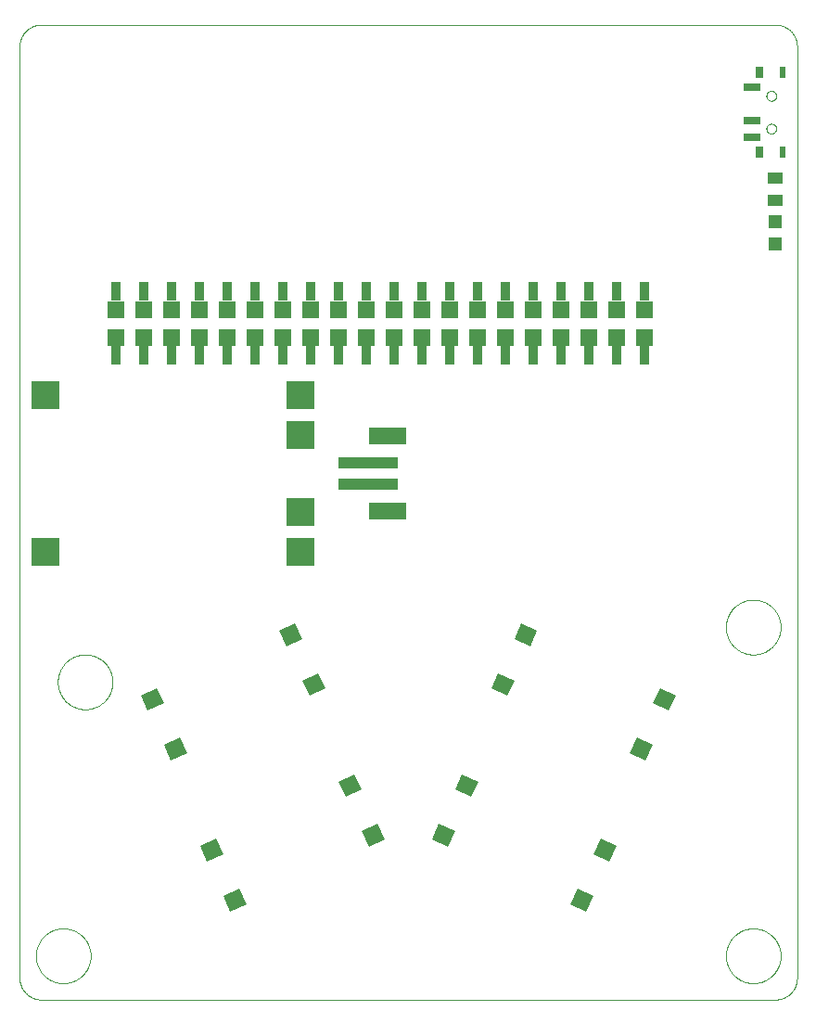
<source format=gbp>
G75*
%MOIN*%
%OFA0B0*%
%FSLAX25Y25*%
%IPPOS*%
%LPD*%
%AMOC8*
5,1,8,0,0,1.08239X$1,22.5*
%
%ADD10C,0.00000*%
%ADD11C,0.00039*%
%ADD12R,0.06000X0.06000*%
%ADD13R,0.03200X0.07000*%
%ADD14R,0.21654X0.03937*%
%ADD15R,0.13386X0.06299*%
%ADD16R,0.10000X0.10000*%
%ADD17R,0.06299X0.06102*%
%ADD18R,0.05512X0.04331*%
%ADD19R,0.04724X0.04724*%
%ADD20R,0.05906X0.02756*%
%ADD21R,0.02362X0.03937*%
%ADD22R,0.03150X0.03937*%
D10*
X0003248Y0009374D02*
X0003248Y0344020D01*
X0003250Y0344210D01*
X0003257Y0344400D01*
X0003269Y0344590D01*
X0003285Y0344780D01*
X0003305Y0344969D01*
X0003331Y0345158D01*
X0003360Y0345346D01*
X0003395Y0345533D01*
X0003434Y0345719D01*
X0003477Y0345904D01*
X0003525Y0346089D01*
X0003577Y0346272D01*
X0003633Y0346453D01*
X0003694Y0346633D01*
X0003760Y0346812D01*
X0003829Y0346989D01*
X0003903Y0347165D01*
X0003981Y0347338D01*
X0004064Y0347510D01*
X0004150Y0347679D01*
X0004240Y0347847D01*
X0004335Y0348012D01*
X0004433Y0348175D01*
X0004536Y0348335D01*
X0004642Y0348493D01*
X0004752Y0348648D01*
X0004865Y0348801D01*
X0004983Y0348951D01*
X0005104Y0349097D01*
X0005228Y0349241D01*
X0005356Y0349382D01*
X0005487Y0349520D01*
X0005622Y0349655D01*
X0005760Y0349786D01*
X0005901Y0349914D01*
X0006045Y0350038D01*
X0006191Y0350159D01*
X0006341Y0350277D01*
X0006494Y0350390D01*
X0006649Y0350500D01*
X0006807Y0350606D01*
X0006967Y0350709D01*
X0007130Y0350807D01*
X0007295Y0350902D01*
X0007463Y0350992D01*
X0007632Y0351078D01*
X0007804Y0351161D01*
X0007977Y0351239D01*
X0008153Y0351313D01*
X0008330Y0351382D01*
X0008509Y0351448D01*
X0008689Y0351509D01*
X0008870Y0351565D01*
X0009053Y0351617D01*
X0009238Y0351665D01*
X0009423Y0351708D01*
X0009609Y0351747D01*
X0009796Y0351782D01*
X0009984Y0351811D01*
X0010173Y0351837D01*
X0010362Y0351857D01*
X0010552Y0351873D01*
X0010742Y0351885D01*
X0010932Y0351892D01*
X0011122Y0351894D01*
X0274902Y0351894D01*
X0275092Y0351892D01*
X0275282Y0351885D01*
X0275472Y0351873D01*
X0275662Y0351857D01*
X0275851Y0351837D01*
X0276040Y0351811D01*
X0276228Y0351782D01*
X0276415Y0351747D01*
X0276601Y0351708D01*
X0276786Y0351665D01*
X0276971Y0351617D01*
X0277154Y0351565D01*
X0277335Y0351509D01*
X0277515Y0351448D01*
X0277694Y0351382D01*
X0277871Y0351313D01*
X0278047Y0351239D01*
X0278220Y0351161D01*
X0278392Y0351078D01*
X0278561Y0350992D01*
X0278729Y0350902D01*
X0278894Y0350807D01*
X0279057Y0350709D01*
X0279217Y0350606D01*
X0279375Y0350500D01*
X0279530Y0350390D01*
X0279683Y0350277D01*
X0279833Y0350159D01*
X0279979Y0350038D01*
X0280123Y0349914D01*
X0280264Y0349786D01*
X0280402Y0349655D01*
X0280537Y0349520D01*
X0280668Y0349382D01*
X0280796Y0349241D01*
X0280920Y0349097D01*
X0281041Y0348951D01*
X0281159Y0348801D01*
X0281272Y0348648D01*
X0281382Y0348493D01*
X0281488Y0348335D01*
X0281591Y0348175D01*
X0281689Y0348012D01*
X0281784Y0347847D01*
X0281874Y0347679D01*
X0281960Y0347510D01*
X0282043Y0347338D01*
X0282121Y0347165D01*
X0282195Y0346989D01*
X0282264Y0346812D01*
X0282330Y0346633D01*
X0282391Y0346453D01*
X0282447Y0346272D01*
X0282499Y0346089D01*
X0282547Y0345904D01*
X0282590Y0345719D01*
X0282629Y0345533D01*
X0282664Y0345346D01*
X0282693Y0345158D01*
X0282719Y0344969D01*
X0282739Y0344780D01*
X0282755Y0344590D01*
X0282767Y0344400D01*
X0282774Y0344210D01*
X0282776Y0344020D01*
X0282776Y0009374D01*
X0282774Y0009184D01*
X0282767Y0008994D01*
X0282755Y0008804D01*
X0282739Y0008614D01*
X0282719Y0008425D01*
X0282693Y0008236D01*
X0282664Y0008048D01*
X0282629Y0007861D01*
X0282590Y0007675D01*
X0282547Y0007490D01*
X0282499Y0007305D01*
X0282447Y0007122D01*
X0282391Y0006941D01*
X0282330Y0006761D01*
X0282264Y0006582D01*
X0282195Y0006405D01*
X0282121Y0006229D01*
X0282043Y0006056D01*
X0281960Y0005884D01*
X0281874Y0005715D01*
X0281784Y0005547D01*
X0281689Y0005382D01*
X0281591Y0005219D01*
X0281488Y0005059D01*
X0281382Y0004901D01*
X0281272Y0004746D01*
X0281159Y0004593D01*
X0281041Y0004443D01*
X0280920Y0004297D01*
X0280796Y0004153D01*
X0280668Y0004012D01*
X0280537Y0003874D01*
X0280402Y0003739D01*
X0280264Y0003608D01*
X0280123Y0003480D01*
X0279979Y0003356D01*
X0279833Y0003235D01*
X0279683Y0003117D01*
X0279530Y0003004D01*
X0279375Y0002894D01*
X0279217Y0002788D01*
X0279057Y0002685D01*
X0278894Y0002587D01*
X0278729Y0002492D01*
X0278561Y0002402D01*
X0278392Y0002316D01*
X0278220Y0002233D01*
X0278047Y0002155D01*
X0277871Y0002081D01*
X0277694Y0002012D01*
X0277515Y0001946D01*
X0277335Y0001885D01*
X0277154Y0001829D01*
X0276971Y0001777D01*
X0276786Y0001729D01*
X0276601Y0001686D01*
X0276415Y0001647D01*
X0276228Y0001612D01*
X0276040Y0001583D01*
X0275851Y0001557D01*
X0275662Y0001537D01*
X0275472Y0001521D01*
X0275282Y0001509D01*
X0275092Y0001502D01*
X0274902Y0001500D01*
X0011122Y0001500D01*
X0010932Y0001502D01*
X0010742Y0001509D01*
X0010552Y0001521D01*
X0010362Y0001537D01*
X0010173Y0001557D01*
X0009984Y0001583D01*
X0009796Y0001612D01*
X0009609Y0001647D01*
X0009423Y0001686D01*
X0009238Y0001729D01*
X0009053Y0001777D01*
X0008870Y0001829D01*
X0008689Y0001885D01*
X0008509Y0001946D01*
X0008330Y0002012D01*
X0008153Y0002081D01*
X0007977Y0002155D01*
X0007804Y0002233D01*
X0007632Y0002316D01*
X0007463Y0002402D01*
X0007295Y0002492D01*
X0007130Y0002587D01*
X0006967Y0002685D01*
X0006807Y0002788D01*
X0006649Y0002894D01*
X0006494Y0003004D01*
X0006341Y0003117D01*
X0006191Y0003235D01*
X0006045Y0003356D01*
X0005901Y0003480D01*
X0005760Y0003608D01*
X0005622Y0003739D01*
X0005487Y0003874D01*
X0005356Y0004012D01*
X0005228Y0004153D01*
X0005104Y0004297D01*
X0004983Y0004443D01*
X0004865Y0004593D01*
X0004752Y0004746D01*
X0004642Y0004901D01*
X0004536Y0005059D01*
X0004433Y0005219D01*
X0004335Y0005382D01*
X0004240Y0005547D01*
X0004150Y0005715D01*
X0004064Y0005884D01*
X0003981Y0006056D01*
X0003903Y0006229D01*
X0003829Y0006405D01*
X0003760Y0006582D01*
X0003694Y0006761D01*
X0003633Y0006941D01*
X0003577Y0007122D01*
X0003525Y0007305D01*
X0003477Y0007490D01*
X0003434Y0007675D01*
X0003395Y0007861D01*
X0003360Y0008048D01*
X0003331Y0008236D01*
X0003305Y0008425D01*
X0003285Y0008614D01*
X0003269Y0008804D01*
X0003257Y0008994D01*
X0003250Y0009184D01*
X0003248Y0009374D01*
X0271752Y0314492D02*
X0271754Y0314576D01*
X0271760Y0314659D01*
X0271770Y0314742D01*
X0271784Y0314825D01*
X0271801Y0314907D01*
X0271823Y0314988D01*
X0271848Y0315067D01*
X0271877Y0315146D01*
X0271910Y0315223D01*
X0271946Y0315298D01*
X0271986Y0315372D01*
X0272029Y0315444D01*
X0272076Y0315513D01*
X0272126Y0315580D01*
X0272179Y0315645D01*
X0272235Y0315707D01*
X0272293Y0315767D01*
X0272355Y0315824D01*
X0272419Y0315877D01*
X0272486Y0315928D01*
X0272555Y0315975D01*
X0272626Y0316020D01*
X0272699Y0316060D01*
X0272774Y0316097D01*
X0272851Y0316131D01*
X0272929Y0316161D01*
X0273008Y0316187D01*
X0273089Y0316210D01*
X0273171Y0316228D01*
X0273253Y0316243D01*
X0273336Y0316254D01*
X0273419Y0316261D01*
X0273503Y0316264D01*
X0273587Y0316263D01*
X0273670Y0316258D01*
X0273754Y0316249D01*
X0273836Y0316236D01*
X0273918Y0316220D01*
X0273999Y0316199D01*
X0274080Y0316175D01*
X0274158Y0316147D01*
X0274236Y0316115D01*
X0274312Y0316079D01*
X0274386Y0316040D01*
X0274458Y0315998D01*
X0274528Y0315952D01*
X0274596Y0315903D01*
X0274661Y0315851D01*
X0274724Y0315796D01*
X0274784Y0315738D01*
X0274842Y0315677D01*
X0274896Y0315613D01*
X0274948Y0315547D01*
X0274996Y0315479D01*
X0275041Y0315408D01*
X0275082Y0315335D01*
X0275121Y0315261D01*
X0275155Y0315185D01*
X0275186Y0315107D01*
X0275213Y0315028D01*
X0275237Y0314947D01*
X0275256Y0314866D01*
X0275272Y0314784D01*
X0275284Y0314701D01*
X0275292Y0314617D01*
X0275296Y0314534D01*
X0275296Y0314450D01*
X0275292Y0314367D01*
X0275284Y0314283D01*
X0275272Y0314200D01*
X0275256Y0314118D01*
X0275237Y0314037D01*
X0275213Y0313956D01*
X0275186Y0313877D01*
X0275155Y0313799D01*
X0275121Y0313723D01*
X0275082Y0313649D01*
X0275041Y0313576D01*
X0274996Y0313505D01*
X0274948Y0313437D01*
X0274896Y0313371D01*
X0274842Y0313307D01*
X0274784Y0313246D01*
X0274724Y0313188D01*
X0274661Y0313133D01*
X0274596Y0313081D01*
X0274528Y0313032D01*
X0274458Y0312986D01*
X0274386Y0312944D01*
X0274312Y0312905D01*
X0274236Y0312869D01*
X0274158Y0312837D01*
X0274080Y0312809D01*
X0273999Y0312785D01*
X0273918Y0312764D01*
X0273836Y0312748D01*
X0273754Y0312735D01*
X0273670Y0312726D01*
X0273587Y0312721D01*
X0273503Y0312720D01*
X0273419Y0312723D01*
X0273336Y0312730D01*
X0273253Y0312741D01*
X0273171Y0312756D01*
X0273089Y0312774D01*
X0273008Y0312797D01*
X0272929Y0312823D01*
X0272851Y0312853D01*
X0272774Y0312887D01*
X0272699Y0312924D01*
X0272626Y0312964D01*
X0272555Y0313009D01*
X0272486Y0313056D01*
X0272419Y0313107D01*
X0272355Y0313160D01*
X0272293Y0313217D01*
X0272235Y0313277D01*
X0272179Y0313339D01*
X0272126Y0313404D01*
X0272076Y0313471D01*
X0272029Y0313540D01*
X0271986Y0313612D01*
X0271946Y0313686D01*
X0271910Y0313761D01*
X0271877Y0313838D01*
X0271848Y0313917D01*
X0271823Y0313996D01*
X0271801Y0314077D01*
X0271784Y0314159D01*
X0271770Y0314242D01*
X0271760Y0314325D01*
X0271754Y0314408D01*
X0271752Y0314492D01*
X0271752Y0326303D02*
X0271754Y0326387D01*
X0271760Y0326470D01*
X0271770Y0326553D01*
X0271784Y0326636D01*
X0271801Y0326718D01*
X0271823Y0326799D01*
X0271848Y0326878D01*
X0271877Y0326957D01*
X0271910Y0327034D01*
X0271946Y0327109D01*
X0271986Y0327183D01*
X0272029Y0327255D01*
X0272076Y0327324D01*
X0272126Y0327391D01*
X0272179Y0327456D01*
X0272235Y0327518D01*
X0272293Y0327578D01*
X0272355Y0327635D01*
X0272419Y0327688D01*
X0272486Y0327739D01*
X0272555Y0327786D01*
X0272626Y0327831D01*
X0272699Y0327871D01*
X0272774Y0327908D01*
X0272851Y0327942D01*
X0272929Y0327972D01*
X0273008Y0327998D01*
X0273089Y0328021D01*
X0273171Y0328039D01*
X0273253Y0328054D01*
X0273336Y0328065D01*
X0273419Y0328072D01*
X0273503Y0328075D01*
X0273587Y0328074D01*
X0273670Y0328069D01*
X0273754Y0328060D01*
X0273836Y0328047D01*
X0273918Y0328031D01*
X0273999Y0328010D01*
X0274080Y0327986D01*
X0274158Y0327958D01*
X0274236Y0327926D01*
X0274312Y0327890D01*
X0274386Y0327851D01*
X0274458Y0327809D01*
X0274528Y0327763D01*
X0274596Y0327714D01*
X0274661Y0327662D01*
X0274724Y0327607D01*
X0274784Y0327549D01*
X0274842Y0327488D01*
X0274896Y0327424D01*
X0274948Y0327358D01*
X0274996Y0327290D01*
X0275041Y0327219D01*
X0275082Y0327146D01*
X0275121Y0327072D01*
X0275155Y0326996D01*
X0275186Y0326918D01*
X0275213Y0326839D01*
X0275237Y0326758D01*
X0275256Y0326677D01*
X0275272Y0326595D01*
X0275284Y0326512D01*
X0275292Y0326428D01*
X0275296Y0326345D01*
X0275296Y0326261D01*
X0275292Y0326178D01*
X0275284Y0326094D01*
X0275272Y0326011D01*
X0275256Y0325929D01*
X0275237Y0325848D01*
X0275213Y0325767D01*
X0275186Y0325688D01*
X0275155Y0325610D01*
X0275121Y0325534D01*
X0275082Y0325460D01*
X0275041Y0325387D01*
X0274996Y0325316D01*
X0274948Y0325248D01*
X0274896Y0325182D01*
X0274842Y0325118D01*
X0274784Y0325057D01*
X0274724Y0324999D01*
X0274661Y0324944D01*
X0274596Y0324892D01*
X0274528Y0324843D01*
X0274458Y0324797D01*
X0274386Y0324755D01*
X0274312Y0324716D01*
X0274236Y0324680D01*
X0274158Y0324648D01*
X0274080Y0324620D01*
X0273999Y0324596D01*
X0273918Y0324575D01*
X0273836Y0324559D01*
X0273754Y0324546D01*
X0273670Y0324537D01*
X0273587Y0324532D01*
X0273503Y0324531D01*
X0273419Y0324534D01*
X0273336Y0324541D01*
X0273253Y0324552D01*
X0273171Y0324567D01*
X0273089Y0324585D01*
X0273008Y0324608D01*
X0272929Y0324634D01*
X0272851Y0324664D01*
X0272774Y0324698D01*
X0272699Y0324735D01*
X0272626Y0324775D01*
X0272555Y0324820D01*
X0272486Y0324867D01*
X0272419Y0324918D01*
X0272355Y0324971D01*
X0272293Y0325028D01*
X0272235Y0325088D01*
X0272179Y0325150D01*
X0272126Y0325215D01*
X0272076Y0325282D01*
X0272029Y0325351D01*
X0271986Y0325423D01*
X0271946Y0325497D01*
X0271910Y0325572D01*
X0271877Y0325649D01*
X0271848Y0325728D01*
X0271823Y0325807D01*
X0271801Y0325888D01*
X0271784Y0325970D01*
X0271770Y0326053D01*
X0271760Y0326136D01*
X0271754Y0326219D01*
X0271752Y0326303D01*
D11*
X0257185Y0135358D02*
X0257188Y0135600D01*
X0257197Y0135841D01*
X0257212Y0136082D01*
X0257232Y0136323D01*
X0257259Y0136563D01*
X0257292Y0136802D01*
X0257330Y0137041D01*
X0257374Y0137278D01*
X0257424Y0137515D01*
X0257480Y0137750D01*
X0257542Y0137983D01*
X0257609Y0138215D01*
X0257682Y0138446D01*
X0257760Y0138674D01*
X0257845Y0138900D01*
X0257934Y0139125D01*
X0258029Y0139347D01*
X0258130Y0139566D01*
X0258236Y0139784D01*
X0258347Y0139998D01*
X0258464Y0140210D01*
X0258585Y0140418D01*
X0258712Y0140624D01*
X0258844Y0140826D01*
X0258981Y0141026D01*
X0259122Y0141221D01*
X0259268Y0141414D01*
X0259419Y0141602D01*
X0259575Y0141787D01*
X0259735Y0141968D01*
X0259899Y0142145D01*
X0260068Y0142318D01*
X0260241Y0142487D01*
X0260418Y0142651D01*
X0260599Y0142811D01*
X0260784Y0142967D01*
X0260972Y0143118D01*
X0261165Y0143264D01*
X0261360Y0143405D01*
X0261560Y0143542D01*
X0261762Y0143674D01*
X0261968Y0143801D01*
X0262176Y0143922D01*
X0262388Y0144039D01*
X0262602Y0144150D01*
X0262820Y0144256D01*
X0263039Y0144357D01*
X0263261Y0144452D01*
X0263486Y0144541D01*
X0263712Y0144626D01*
X0263940Y0144704D01*
X0264171Y0144777D01*
X0264403Y0144844D01*
X0264636Y0144906D01*
X0264871Y0144962D01*
X0265108Y0145012D01*
X0265345Y0145056D01*
X0265584Y0145094D01*
X0265823Y0145127D01*
X0266063Y0145154D01*
X0266304Y0145174D01*
X0266545Y0145189D01*
X0266786Y0145198D01*
X0267028Y0145201D01*
X0267270Y0145198D01*
X0267511Y0145189D01*
X0267752Y0145174D01*
X0267993Y0145154D01*
X0268233Y0145127D01*
X0268472Y0145094D01*
X0268711Y0145056D01*
X0268948Y0145012D01*
X0269185Y0144962D01*
X0269420Y0144906D01*
X0269653Y0144844D01*
X0269885Y0144777D01*
X0270116Y0144704D01*
X0270344Y0144626D01*
X0270570Y0144541D01*
X0270795Y0144452D01*
X0271017Y0144357D01*
X0271236Y0144256D01*
X0271454Y0144150D01*
X0271668Y0144039D01*
X0271880Y0143922D01*
X0272088Y0143801D01*
X0272294Y0143674D01*
X0272496Y0143542D01*
X0272696Y0143405D01*
X0272891Y0143264D01*
X0273084Y0143118D01*
X0273272Y0142967D01*
X0273457Y0142811D01*
X0273638Y0142651D01*
X0273815Y0142487D01*
X0273988Y0142318D01*
X0274157Y0142145D01*
X0274321Y0141968D01*
X0274481Y0141787D01*
X0274637Y0141602D01*
X0274788Y0141414D01*
X0274934Y0141221D01*
X0275075Y0141026D01*
X0275212Y0140826D01*
X0275344Y0140624D01*
X0275471Y0140418D01*
X0275592Y0140210D01*
X0275709Y0139998D01*
X0275820Y0139784D01*
X0275926Y0139566D01*
X0276027Y0139347D01*
X0276122Y0139125D01*
X0276211Y0138900D01*
X0276296Y0138674D01*
X0276374Y0138446D01*
X0276447Y0138215D01*
X0276514Y0137983D01*
X0276576Y0137750D01*
X0276632Y0137515D01*
X0276682Y0137278D01*
X0276726Y0137041D01*
X0276764Y0136802D01*
X0276797Y0136563D01*
X0276824Y0136323D01*
X0276844Y0136082D01*
X0276859Y0135841D01*
X0276868Y0135600D01*
X0276871Y0135358D01*
X0276868Y0135116D01*
X0276859Y0134875D01*
X0276844Y0134634D01*
X0276824Y0134393D01*
X0276797Y0134153D01*
X0276764Y0133914D01*
X0276726Y0133675D01*
X0276682Y0133438D01*
X0276632Y0133201D01*
X0276576Y0132966D01*
X0276514Y0132733D01*
X0276447Y0132501D01*
X0276374Y0132270D01*
X0276296Y0132042D01*
X0276211Y0131816D01*
X0276122Y0131591D01*
X0276027Y0131369D01*
X0275926Y0131150D01*
X0275820Y0130932D01*
X0275709Y0130718D01*
X0275592Y0130506D01*
X0275471Y0130298D01*
X0275344Y0130092D01*
X0275212Y0129890D01*
X0275075Y0129690D01*
X0274934Y0129495D01*
X0274788Y0129302D01*
X0274637Y0129114D01*
X0274481Y0128929D01*
X0274321Y0128748D01*
X0274157Y0128571D01*
X0273988Y0128398D01*
X0273815Y0128229D01*
X0273638Y0128065D01*
X0273457Y0127905D01*
X0273272Y0127749D01*
X0273084Y0127598D01*
X0272891Y0127452D01*
X0272696Y0127311D01*
X0272496Y0127174D01*
X0272294Y0127042D01*
X0272088Y0126915D01*
X0271880Y0126794D01*
X0271668Y0126677D01*
X0271454Y0126566D01*
X0271236Y0126460D01*
X0271017Y0126359D01*
X0270795Y0126264D01*
X0270570Y0126175D01*
X0270344Y0126090D01*
X0270116Y0126012D01*
X0269885Y0125939D01*
X0269653Y0125872D01*
X0269420Y0125810D01*
X0269185Y0125754D01*
X0268948Y0125704D01*
X0268711Y0125660D01*
X0268472Y0125622D01*
X0268233Y0125589D01*
X0267993Y0125562D01*
X0267752Y0125542D01*
X0267511Y0125527D01*
X0267270Y0125518D01*
X0267028Y0125515D01*
X0266786Y0125518D01*
X0266545Y0125527D01*
X0266304Y0125542D01*
X0266063Y0125562D01*
X0265823Y0125589D01*
X0265584Y0125622D01*
X0265345Y0125660D01*
X0265108Y0125704D01*
X0264871Y0125754D01*
X0264636Y0125810D01*
X0264403Y0125872D01*
X0264171Y0125939D01*
X0263940Y0126012D01*
X0263712Y0126090D01*
X0263486Y0126175D01*
X0263261Y0126264D01*
X0263039Y0126359D01*
X0262820Y0126460D01*
X0262602Y0126566D01*
X0262388Y0126677D01*
X0262176Y0126794D01*
X0261968Y0126915D01*
X0261762Y0127042D01*
X0261560Y0127174D01*
X0261360Y0127311D01*
X0261165Y0127452D01*
X0260972Y0127598D01*
X0260784Y0127749D01*
X0260599Y0127905D01*
X0260418Y0128065D01*
X0260241Y0128229D01*
X0260068Y0128398D01*
X0259899Y0128571D01*
X0259735Y0128748D01*
X0259575Y0128929D01*
X0259419Y0129114D01*
X0259268Y0129302D01*
X0259122Y0129495D01*
X0258981Y0129690D01*
X0258844Y0129890D01*
X0258712Y0130092D01*
X0258585Y0130298D01*
X0258464Y0130506D01*
X0258347Y0130718D01*
X0258236Y0130932D01*
X0258130Y0131150D01*
X0258029Y0131369D01*
X0257934Y0131591D01*
X0257845Y0131816D01*
X0257760Y0132042D01*
X0257682Y0132270D01*
X0257609Y0132501D01*
X0257542Y0132733D01*
X0257480Y0132966D01*
X0257424Y0133201D01*
X0257374Y0133438D01*
X0257330Y0133675D01*
X0257292Y0133914D01*
X0257259Y0134153D01*
X0257232Y0134393D01*
X0257212Y0134634D01*
X0257197Y0134875D01*
X0257188Y0135116D01*
X0257185Y0135358D01*
X0257185Y0017248D02*
X0257188Y0017490D01*
X0257197Y0017731D01*
X0257212Y0017972D01*
X0257232Y0018213D01*
X0257259Y0018453D01*
X0257292Y0018692D01*
X0257330Y0018931D01*
X0257374Y0019168D01*
X0257424Y0019405D01*
X0257480Y0019640D01*
X0257542Y0019873D01*
X0257609Y0020105D01*
X0257682Y0020336D01*
X0257760Y0020564D01*
X0257845Y0020790D01*
X0257934Y0021015D01*
X0258029Y0021237D01*
X0258130Y0021456D01*
X0258236Y0021674D01*
X0258347Y0021888D01*
X0258464Y0022100D01*
X0258585Y0022308D01*
X0258712Y0022514D01*
X0258844Y0022716D01*
X0258981Y0022916D01*
X0259122Y0023111D01*
X0259268Y0023304D01*
X0259419Y0023492D01*
X0259575Y0023677D01*
X0259735Y0023858D01*
X0259899Y0024035D01*
X0260068Y0024208D01*
X0260241Y0024377D01*
X0260418Y0024541D01*
X0260599Y0024701D01*
X0260784Y0024857D01*
X0260972Y0025008D01*
X0261165Y0025154D01*
X0261360Y0025295D01*
X0261560Y0025432D01*
X0261762Y0025564D01*
X0261968Y0025691D01*
X0262176Y0025812D01*
X0262388Y0025929D01*
X0262602Y0026040D01*
X0262820Y0026146D01*
X0263039Y0026247D01*
X0263261Y0026342D01*
X0263486Y0026431D01*
X0263712Y0026516D01*
X0263940Y0026594D01*
X0264171Y0026667D01*
X0264403Y0026734D01*
X0264636Y0026796D01*
X0264871Y0026852D01*
X0265108Y0026902D01*
X0265345Y0026946D01*
X0265584Y0026984D01*
X0265823Y0027017D01*
X0266063Y0027044D01*
X0266304Y0027064D01*
X0266545Y0027079D01*
X0266786Y0027088D01*
X0267028Y0027091D01*
X0267270Y0027088D01*
X0267511Y0027079D01*
X0267752Y0027064D01*
X0267993Y0027044D01*
X0268233Y0027017D01*
X0268472Y0026984D01*
X0268711Y0026946D01*
X0268948Y0026902D01*
X0269185Y0026852D01*
X0269420Y0026796D01*
X0269653Y0026734D01*
X0269885Y0026667D01*
X0270116Y0026594D01*
X0270344Y0026516D01*
X0270570Y0026431D01*
X0270795Y0026342D01*
X0271017Y0026247D01*
X0271236Y0026146D01*
X0271454Y0026040D01*
X0271668Y0025929D01*
X0271880Y0025812D01*
X0272088Y0025691D01*
X0272294Y0025564D01*
X0272496Y0025432D01*
X0272696Y0025295D01*
X0272891Y0025154D01*
X0273084Y0025008D01*
X0273272Y0024857D01*
X0273457Y0024701D01*
X0273638Y0024541D01*
X0273815Y0024377D01*
X0273988Y0024208D01*
X0274157Y0024035D01*
X0274321Y0023858D01*
X0274481Y0023677D01*
X0274637Y0023492D01*
X0274788Y0023304D01*
X0274934Y0023111D01*
X0275075Y0022916D01*
X0275212Y0022716D01*
X0275344Y0022514D01*
X0275471Y0022308D01*
X0275592Y0022100D01*
X0275709Y0021888D01*
X0275820Y0021674D01*
X0275926Y0021456D01*
X0276027Y0021237D01*
X0276122Y0021015D01*
X0276211Y0020790D01*
X0276296Y0020564D01*
X0276374Y0020336D01*
X0276447Y0020105D01*
X0276514Y0019873D01*
X0276576Y0019640D01*
X0276632Y0019405D01*
X0276682Y0019168D01*
X0276726Y0018931D01*
X0276764Y0018692D01*
X0276797Y0018453D01*
X0276824Y0018213D01*
X0276844Y0017972D01*
X0276859Y0017731D01*
X0276868Y0017490D01*
X0276871Y0017248D01*
X0276868Y0017006D01*
X0276859Y0016765D01*
X0276844Y0016524D01*
X0276824Y0016283D01*
X0276797Y0016043D01*
X0276764Y0015804D01*
X0276726Y0015565D01*
X0276682Y0015328D01*
X0276632Y0015091D01*
X0276576Y0014856D01*
X0276514Y0014623D01*
X0276447Y0014391D01*
X0276374Y0014160D01*
X0276296Y0013932D01*
X0276211Y0013706D01*
X0276122Y0013481D01*
X0276027Y0013259D01*
X0275926Y0013040D01*
X0275820Y0012822D01*
X0275709Y0012608D01*
X0275592Y0012396D01*
X0275471Y0012188D01*
X0275344Y0011982D01*
X0275212Y0011780D01*
X0275075Y0011580D01*
X0274934Y0011385D01*
X0274788Y0011192D01*
X0274637Y0011004D01*
X0274481Y0010819D01*
X0274321Y0010638D01*
X0274157Y0010461D01*
X0273988Y0010288D01*
X0273815Y0010119D01*
X0273638Y0009955D01*
X0273457Y0009795D01*
X0273272Y0009639D01*
X0273084Y0009488D01*
X0272891Y0009342D01*
X0272696Y0009201D01*
X0272496Y0009064D01*
X0272294Y0008932D01*
X0272088Y0008805D01*
X0271880Y0008684D01*
X0271668Y0008567D01*
X0271454Y0008456D01*
X0271236Y0008350D01*
X0271017Y0008249D01*
X0270795Y0008154D01*
X0270570Y0008065D01*
X0270344Y0007980D01*
X0270116Y0007902D01*
X0269885Y0007829D01*
X0269653Y0007762D01*
X0269420Y0007700D01*
X0269185Y0007644D01*
X0268948Y0007594D01*
X0268711Y0007550D01*
X0268472Y0007512D01*
X0268233Y0007479D01*
X0267993Y0007452D01*
X0267752Y0007432D01*
X0267511Y0007417D01*
X0267270Y0007408D01*
X0267028Y0007405D01*
X0266786Y0007408D01*
X0266545Y0007417D01*
X0266304Y0007432D01*
X0266063Y0007452D01*
X0265823Y0007479D01*
X0265584Y0007512D01*
X0265345Y0007550D01*
X0265108Y0007594D01*
X0264871Y0007644D01*
X0264636Y0007700D01*
X0264403Y0007762D01*
X0264171Y0007829D01*
X0263940Y0007902D01*
X0263712Y0007980D01*
X0263486Y0008065D01*
X0263261Y0008154D01*
X0263039Y0008249D01*
X0262820Y0008350D01*
X0262602Y0008456D01*
X0262388Y0008567D01*
X0262176Y0008684D01*
X0261968Y0008805D01*
X0261762Y0008932D01*
X0261560Y0009064D01*
X0261360Y0009201D01*
X0261165Y0009342D01*
X0260972Y0009488D01*
X0260784Y0009639D01*
X0260599Y0009795D01*
X0260418Y0009955D01*
X0260241Y0010119D01*
X0260068Y0010288D01*
X0259899Y0010461D01*
X0259735Y0010638D01*
X0259575Y0010819D01*
X0259419Y0011004D01*
X0259268Y0011192D01*
X0259122Y0011385D01*
X0258981Y0011580D01*
X0258844Y0011780D01*
X0258712Y0011982D01*
X0258585Y0012188D01*
X0258464Y0012396D01*
X0258347Y0012608D01*
X0258236Y0012822D01*
X0258130Y0013040D01*
X0258029Y0013259D01*
X0257934Y0013481D01*
X0257845Y0013706D01*
X0257760Y0013932D01*
X0257682Y0014160D01*
X0257609Y0014391D01*
X0257542Y0014623D01*
X0257480Y0014856D01*
X0257424Y0015091D01*
X0257374Y0015328D01*
X0257330Y0015565D01*
X0257292Y0015804D01*
X0257259Y0016043D01*
X0257232Y0016283D01*
X0257212Y0016524D01*
X0257197Y0016765D01*
X0257188Y0017006D01*
X0257185Y0017248D01*
X0017027Y0115673D02*
X0017030Y0115915D01*
X0017039Y0116156D01*
X0017054Y0116397D01*
X0017074Y0116638D01*
X0017101Y0116878D01*
X0017134Y0117117D01*
X0017172Y0117356D01*
X0017216Y0117593D01*
X0017266Y0117830D01*
X0017322Y0118065D01*
X0017384Y0118298D01*
X0017451Y0118530D01*
X0017524Y0118761D01*
X0017602Y0118989D01*
X0017687Y0119215D01*
X0017776Y0119440D01*
X0017871Y0119662D01*
X0017972Y0119881D01*
X0018078Y0120099D01*
X0018189Y0120313D01*
X0018306Y0120525D01*
X0018427Y0120733D01*
X0018554Y0120939D01*
X0018686Y0121141D01*
X0018823Y0121341D01*
X0018964Y0121536D01*
X0019110Y0121729D01*
X0019261Y0121917D01*
X0019417Y0122102D01*
X0019577Y0122283D01*
X0019741Y0122460D01*
X0019910Y0122633D01*
X0020083Y0122802D01*
X0020260Y0122966D01*
X0020441Y0123126D01*
X0020626Y0123282D01*
X0020814Y0123433D01*
X0021007Y0123579D01*
X0021202Y0123720D01*
X0021402Y0123857D01*
X0021604Y0123989D01*
X0021810Y0124116D01*
X0022018Y0124237D01*
X0022230Y0124354D01*
X0022444Y0124465D01*
X0022662Y0124571D01*
X0022881Y0124672D01*
X0023103Y0124767D01*
X0023328Y0124856D01*
X0023554Y0124941D01*
X0023782Y0125019D01*
X0024013Y0125092D01*
X0024245Y0125159D01*
X0024478Y0125221D01*
X0024713Y0125277D01*
X0024950Y0125327D01*
X0025187Y0125371D01*
X0025426Y0125409D01*
X0025665Y0125442D01*
X0025905Y0125469D01*
X0026146Y0125489D01*
X0026387Y0125504D01*
X0026628Y0125513D01*
X0026870Y0125516D01*
X0027112Y0125513D01*
X0027353Y0125504D01*
X0027594Y0125489D01*
X0027835Y0125469D01*
X0028075Y0125442D01*
X0028314Y0125409D01*
X0028553Y0125371D01*
X0028790Y0125327D01*
X0029027Y0125277D01*
X0029262Y0125221D01*
X0029495Y0125159D01*
X0029727Y0125092D01*
X0029958Y0125019D01*
X0030186Y0124941D01*
X0030412Y0124856D01*
X0030637Y0124767D01*
X0030859Y0124672D01*
X0031078Y0124571D01*
X0031296Y0124465D01*
X0031510Y0124354D01*
X0031722Y0124237D01*
X0031930Y0124116D01*
X0032136Y0123989D01*
X0032338Y0123857D01*
X0032538Y0123720D01*
X0032733Y0123579D01*
X0032926Y0123433D01*
X0033114Y0123282D01*
X0033299Y0123126D01*
X0033480Y0122966D01*
X0033657Y0122802D01*
X0033830Y0122633D01*
X0033999Y0122460D01*
X0034163Y0122283D01*
X0034323Y0122102D01*
X0034479Y0121917D01*
X0034630Y0121729D01*
X0034776Y0121536D01*
X0034917Y0121341D01*
X0035054Y0121141D01*
X0035186Y0120939D01*
X0035313Y0120733D01*
X0035434Y0120525D01*
X0035551Y0120313D01*
X0035662Y0120099D01*
X0035768Y0119881D01*
X0035869Y0119662D01*
X0035964Y0119440D01*
X0036053Y0119215D01*
X0036138Y0118989D01*
X0036216Y0118761D01*
X0036289Y0118530D01*
X0036356Y0118298D01*
X0036418Y0118065D01*
X0036474Y0117830D01*
X0036524Y0117593D01*
X0036568Y0117356D01*
X0036606Y0117117D01*
X0036639Y0116878D01*
X0036666Y0116638D01*
X0036686Y0116397D01*
X0036701Y0116156D01*
X0036710Y0115915D01*
X0036713Y0115673D01*
X0036710Y0115431D01*
X0036701Y0115190D01*
X0036686Y0114949D01*
X0036666Y0114708D01*
X0036639Y0114468D01*
X0036606Y0114229D01*
X0036568Y0113990D01*
X0036524Y0113753D01*
X0036474Y0113516D01*
X0036418Y0113281D01*
X0036356Y0113048D01*
X0036289Y0112816D01*
X0036216Y0112585D01*
X0036138Y0112357D01*
X0036053Y0112131D01*
X0035964Y0111906D01*
X0035869Y0111684D01*
X0035768Y0111465D01*
X0035662Y0111247D01*
X0035551Y0111033D01*
X0035434Y0110821D01*
X0035313Y0110613D01*
X0035186Y0110407D01*
X0035054Y0110205D01*
X0034917Y0110005D01*
X0034776Y0109810D01*
X0034630Y0109617D01*
X0034479Y0109429D01*
X0034323Y0109244D01*
X0034163Y0109063D01*
X0033999Y0108886D01*
X0033830Y0108713D01*
X0033657Y0108544D01*
X0033480Y0108380D01*
X0033299Y0108220D01*
X0033114Y0108064D01*
X0032926Y0107913D01*
X0032733Y0107767D01*
X0032538Y0107626D01*
X0032338Y0107489D01*
X0032136Y0107357D01*
X0031930Y0107230D01*
X0031722Y0107109D01*
X0031510Y0106992D01*
X0031296Y0106881D01*
X0031078Y0106775D01*
X0030859Y0106674D01*
X0030637Y0106579D01*
X0030412Y0106490D01*
X0030186Y0106405D01*
X0029958Y0106327D01*
X0029727Y0106254D01*
X0029495Y0106187D01*
X0029262Y0106125D01*
X0029027Y0106069D01*
X0028790Y0106019D01*
X0028553Y0105975D01*
X0028314Y0105937D01*
X0028075Y0105904D01*
X0027835Y0105877D01*
X0027594Y0105857D01*
X0027353Y0105842D01*
X0027112Y0105833D01*
X0026870Y0105830D01*
X0026628Y0105833D01*
X0026387Y0105842D01*
X0026146Y0105857D01*
X0025905Y0105877D01*
X0025665Y0105904D01*
X0025426Y0105937D01*
X0025187Y0105975D01*
X0024950Y0106019D01*
X0024713Y0106069D01*
X0024478Y0106125D01*
X0024245Y0106187D01*
X0024013Y0106254D01*
X0023782Y0106327D01*
X0023554Y0106405D01*
X0023328Y0106490D01*
X0023103Y0106579D01*
X0022881Y0106674D01*
X0022662Y0106775D01*
X0022444Y0106881D01*
X0022230Y0106992D01*
X0022018Y0107109D01*
X0021810Y0107230D01*
X0021604Y0107357D01*
X0021402Y0107489D01*
X0021202Y0107626D01*
X0021007Y0107767D01*
X0020814Y0107913D01*
X0020626Y0108064D01*
X0020441Y0108220D01*
X0020260Y0108380D01*
X0020083Y0108544D01*
X0019910Y0108713D01*
X0019741Y0108886D01*
X0019577Y0109063D01*
X0019417Y0109244D01*
X0019261Y0109429D01*
X0019110Y0109617D01*
X0018964Y0109810D01*
X0018823Y0110005D01*
X0018686Y0110205D01*
X0018554Y0110407D01*
X0018427Y0110613D01*
X0018306Y0110821D01*
X0018189Y0111033D01*
X0018078Y0111247D01*
X0017972Y0111465D01*
X0017871Y0111684D01*
X0017776Y0111906D01*
X0017687Y0112131D01*
X0017602Y0112357D01*
X0017524Y0112585D01*
X0017451Y0112816D01*
X0017384Y0113048D01*
X0017322Y0113281D01*
X0017266Y0113516D01*
X0017216Y0113753D01*
X0017172Y0113990D01*
X0017134Y0114229D01*
X0017101Y0114468D01*
X0017074Y0114708D01*
X0017054Y0114949D01*
X0017039Y0115190D01*
X0017030Y0115431D01*
X0017027Y0115673D01*
X0009153Y0017248D02*
X0009156Y0017490D01*
X0009165Y0017731D01*
X0009180Y0017972D01*
X0009200Y0018213D01*
X0009227Y0018453D01*
X0009260Y0018692D01*
X0009298Y0018931D01*
X0009342Y0019168D01*
X0009392Y0019405D01*
X0009448Y0019640D01*
X0009510Y0019873D01*
X0009577Y0020105D01*
X0009650Y0020336D01*
X0009728Y0020564D01*
X0009813Y0020790D01*
X0009902Y0021015D01*
X0009997Y0021237D01*
X0010098Y0021456D01*
X0010204Y0021674D01*
X0010315Y0021888D01*
X0010432Y0022100D01*
X0010553Y0022308D01*
X0010680Y0022514D01*
X0010812Y0022716D01*
X0010949Y0022916D01*
X0011090Y0023111D01*
X0011236Y0023304D01*
X0011387Y0023492D01*
X0011543Y0023677D01*
X0011703Y0023858D01*
X0011867Y0024035D01*
X0012036Y0024208D01*
X0012209Y0024377D01*
X0012386Y0024541D01*
X0012567Y0024701D01*
X0012752Y0024857D01*
X0012940Y0025008D01*
X0013133Y0025154D01*
X0013328Y0025295D01*
X0013528Y0025432D01*
X0013730Y0025564D01*
X0013936Y0025691D01*
X0014144Y0025812D01*
X0014356Y0025929D01*
X0014570Y0026040D01*
X0014788Y0026146D01*
X0015007Y0026247D01*
X0015229Y0026342D01*
X0015454Y0026431D01*
X0015680Y0026516D01*
X0015908Y0026594D01*
X0016139Y0026667D01*
X0016371Y0026734D01*
X0016604Y0026796D01*
X0016839Y0026852D01*
X0017076Y0026902D01*
X0017313Y0026946D01*
X0017552Y0026984D01*
X0017791Y0027017D01*
X0018031Y0027044D01*
X0018272Y0027064D01*
X0018513Y0027079D01*
X0018754Y0027088D01*
X0018996Y0027091D01*
X0019238Y0027088D01*
X0019479Y0027079D01*
X0019720Y0027064D01*
X0019961Y0027044D01*
X0020201Y0027017D01*
X0020440Y0026984D01*
X0020679Y0026946D01*
X0020916Y0026902D01*
X0021153Y0026852D01*
X0021388Y0026796D01*
X0021621Y0026734D01*
X0021853Y0026667D01*
X0022084Y0026594D01*
X0022312Y0026516D01*
X0022538Y0026431D01*
X0022763Y0026342D01*
X0022985Y0026247D01*
X0023204Y0026146D01*
X0023422Y0026040D01*
X0023636Y0025929D01*
X0023848Y0025812D01*
X0024056Y0025691D01*
X0024262Y0025564D01*
X0024464Y0025432D01*
X0024664Y0025295D01*
X0024859Y0025154D01*
X0025052Y0025008D01*
X0025240Y0024857D01*
X0025425Y0024701D01*
X0025606Y0024541D01*
X0025783Y0024377D01*
X0025956Y0024208D01*
X0026125Y0024035D01*
X0026289Y0023858D01*
X0026449Y0023677D01*
X0026605Y0023492D01*
X0026756Y0023304D01*
X0026902Y0023111D01*
X0027043Y0022916D01*
X0027180Y0022716D01*
X0027312Y0022514D01*
X0027439Y0022308D01*
X0027560Y0022100D01*
X0027677Y0021888D01*
X0027788Y0021674D01*
X0027894Y0021456D01*
X0027995Y0021237D01*
X0028090Y0021015D01*
X0028179Y0020790D01*
X0028264Y0020564D01*
X0028342Y0020336D01*
X0028415Y0020105D01*
X0028482Y0019873D01*
X0028544Y0019640D01*
X0028600Y0019405D01*
X0028650Y0019168D01*
X0028694Y0018931D01*
X0028732Y0018692D01*
X0028765Y0018453D01*
X0028792Y0018213D01*
X0028812Y0017972D01*
X0028827Y0017731D01*
X0028836Y0017490D01*
X0028839Y0017248D01*
X0028836Y0017006D01*
X0028827Y0016765D01*
X0028812Y0016524D01*
X0028792Y0016283D01*
X0028765Y0016043D01*
X0028732Y0015804D01*
X0028694Y0015565D01*
X0028650Y0015328D01*
X0028600Y0015091D01*
X0028544Y0014856D01*
X0028482Y0014623D01*
X0028415Y0014391D01*
X0028342Y0014160D01*
X0028264Y0013932D01*
X0028179Y0013706D01*
X0028090Y0013481D01*
X0027995Y0013259D01*
X0027894Y0013040D01*
X0027788Y0012822D01*
X0027677Y0012608D01*
X0027560Y0012396D01*
X0027439Y0012188D01*
X0027312Y0011982D01*
X0027180Y0011780D01*
X0027043Y0011580D01*
X0026902Y0011385D01*
X0026756Y0011192D01*
X0026605Y0011004D01*
X0026449Y0010819D01*
X0026289Y0010638D01*
X0026125Y0010461D01*
X0025956Y0010288D01*
X0025783Y0010119D01*
X0025606Y0009955D01*
X0025425Y0009795D01*
X0025240Y0009639D01*
X0025052Y0009488D01*
X0024859Y0009342D01*
X0024664Y0009201D01*
X0024464Y0009064D01*
X0024262Y0008932D01*
X0024056Y0008805D01*
X0023848Y0008684D01*
X0023636Y0008567D01*
X0023422Y0008456D01*
X0023204Y0008350D01*
X0022985Y0008249D01*
X0022763Y0008154D01*
X0022538Y0008065D01*
X0022312Y0007980D01*
X0022084Y0007902D01*
X0021853Y0007829D01*
X0021621Y0007762D01*
X0021388Y0007700D01*
X0021153Y0007644D01*
X0020916Y0007594D01*
X0020679Y0007550D01*
X0020440Y0007512D01*
X0020201Y0007479D01*
X0019961Y0007452D01*
X0019720Y0007432D01*
X0019479Y0007417D01*
X0019238Y0007408D01*
X0018996Y0007405D01*
X0018754Y0007408D01*
X0018513Y0007417D01*
X0018272Y0007432D01*
X0018031Y0007452D01*
X0017791Y0007479D01*
X0017552Y0007512D01*
X0017313Y0007550D01*
X0017076Y0007594D01*
X0016839Y0007644D01*
X0016604Y0007700D01*
X0016371Y0007762D01*
X0016139Y0007829D01*
X0015908Y0007902D01*
X0015680Y0007980D01*
X0015454Y0008065D01*
X0015229Y0008154D01*
X0015007Y0008249D01*
X0014788Y0008350D01*
X0014570Y0008456D01*
X0014356Y0008567D01*
X0014144Y0008684D01*
X0013936Y0008805D01*
X0013730Y0008932D01*
X0013528Y0009064D01*
X0013328Y0009201D01*
X0013133Y0009342D01*
X0012940Y0009488D01*
X0012752Y0009639D01*
X0012567Y0009795D01*
X0012386Y0009955D01*
X0012209Y0010119D01*
X0012036Y0010288D01*
X0011867Y0010461D01*
X0011703Y0010638D01*
X0011543Y0010819D01*
X0011387Y0011004D01*
X0011236Y0011192D01*
X0011090Y0011385D01*
X0010949Y0011580D01*
X0010812Y0011780D01*
X0010680Y0011982D01*
X0010553Y0012188D01*
X0010432Y0012396D01*
X0010315Y0012608D01*
X0010204Y0012822D01*
X0010098Y0013040D01*
X0009997Y0013259D01*
X0009902Y0013481D01*
X0009813Y0013706D01*
X0009728Y0013932D01*
X0009650Y0014160D01*
X0009577Y0014391D01*
X0009510Y0014623D01*
X0009448Y0014856D01*
X0009392Y0015091D01*
X0009342Y0015328D01*
X0009298Y0015565D01*
X0009260Y0015804D01*
X0009227Y0016043D01*
X0009200Y0016283D01*
X0009180Y0016524D01*
X0009165Y0016765D01*
X0009156Y0017006D01*
X0009153Y0017248D01*
D12*
X0038000Y0239520D03*
X0038000Y0249520D03*
X0048000Y0249520D03*
X0048000Y0239520D03*
X0058000Y0239520D03*
X0058000Y0249520D03*
X0068000Y0249520D03*
X0068000Y0239520D03*
X0078000Y0239520D03*
X0078000Y0249520D03*
X0088000Y0249520D03*
X0088000Y0239520D03*
X0098000Y0239520D03*
X0098000Y0249520D03*
X0108000Y0249520D03*
X0108000Y0239520D03*
X0118000Y0239520D03*
X0118000Y0249520D03*
X0128000Y0249520D03*
X0128000Y0239520D03*
X0138000Y0239520D03*
X0138000Y0249520D03*
X0148000Y0249520D03*
X0148000Y0239520D03*
X0158000Y0239520D03*
X0158000Y0249520D03*
X0168000Y0249520D03*
X0168000Y0239520D03*
X0178000Y0239520D03*
X0178000Y0249520D03*
X0188000Y0249520D03*
X0188000Y0239520D03*
X0198000Y0239520D03*
X0198000Y0249520D03*
X0208000Y0249520D03*
X0208000Y0239520D03*
X0218000Y0239520D03*
X0218000Y0249520D03*
X0228000Y0249520D03*
X0228000Y0239520D03*
D13*
X0228000Y0233020D03*
X0218000Y0233020D03*
X0208000Y0233020D03*
X0198000Y0233020D03*
X0188000Y0233020D03*
X0178000Y0233020D03*
X0168000Y0233020D03*
X0158000Y0233020D03*
X0148000Y0233020D03*
X0138000Y0233020D03*
X0128000Y0233020D03*
X0118000Y0233020D03*
X0108000Y0233020D03*
X0098000Y0233020D03*
X0088000Y0233020D03*
X0078000Y0233020D03*
X0068000Y0233020D03*
X0058000Y0233020D03*
X0048000Y0233020D03*
X0038000Y0233020D03*
X0038000Y0256020D03*
X0048000Y0256020D03*
X0058000Y0256020D03*
X0068000Y0256020D03*
X0078000Y0256020D03*
X0088000Y0256020D03*
X0098000Y0256020D03*
X0108000Y0256020D03*
X0118000Y0256020D03*
X0128000Y0256020D03*
X0138000Y0256020D03*
X0148000Y0256020D03*
X0158000Y0256020D03*
X0168000Y0256020D03*
X0178000Y0256020D03*
X0188000Y0256020D03*
X0198000Y0256020D03*
X0208000Y0256020D03*
X0218000Y0256020D03*
X0228000Y0256020D03*
D14*
X0128524Y0194512D03*
X0128524Y0186638D03*
D15*
X0135610Y0177189D03*
X0135610Y0203961D03*
D16*
X0104232Y0204256D03*
X0104232Y0218626D03*
X0104232Y0176697D03*
X0104232Y0162327D03*
X0012500Y0162327D03*
X0012500Y0218626D03*
D17*
G36*
X0046829Y0110854D02*
X0052536Y0113515D01*
X0055115Y0107986D01*
X0049408Y0105325D01*
X0046829Y0110854D01*
G37*
G36*
X0055149Y0093013D02*
X0060856Y0095674D01*
X0063435Y0090145D01*
X0057728Y0087484D01*
X0055149Y0093013D01*
G37*
G36*
X0068155Y0056594D02*
X0073862Y0059255D01*
X0076441Y0053726D01*
X0070734Y0051065D01*
X0068155Y0056594D01*
G37*
G36*
X0076474Y0038754D02*
X0082181Y0041415D01*
X0084760Y0035886D01*
X0079053Y0033225D01*
X0076474Y0038754D01*
G37*
G36*
X0117930Y0079805D02*
X0123637Y0082466D01*
X0126216Y0076937D01*
X0120509Y0074276D01*
X0117930Y0079805D01*
G37*
G36*
X0126250Y0061964D02*
X0131957Y0064625D01*
X0134536Y0059096D01*
X0128829Y0056435D01*
X0126250Y0061964D01*
G37*
G36*
X0157195Y0056435D02*
X0151488Y0059096D01*
X0154067Y0064625D01*
X0159774Y0061964D01*
X0157195Y0056435D01*
G37*
G36*
X0165514Y0074276D02*
X0159807Y0076937D01*
X0162386Y0082466D01*
X0168093Y0079805D01*
X0165514Y0074276D01*
G37*
G36*
X0178521Y0110695D02*
X0172814Y0113356D01*
X0175393Y0118885D01*
X0181100Y0116224D01*
X0178521Y0110695D01*
G37*
G36*
X0186840Y0128536D02*
X0181133Y0131197D01*
X0183712Y0136726D01*
X0189419Y0134065D01*
X0186840Y0128536D01*
G37*
G36*
X0228296Y0087484D02*
X0222589Y0090145D01*
X0225168Y0095674D01*
X0230875Y0093013D01*
X0228296Y0087484D01*
G37*
G36*
X0236615Y0105325D02*
X0230908Y0107986D01*
X0233487Y0113515D01*
X0239194Y0110854D01*
X0236615Y0105325D01*
G37*
G36*
X0215290Y0051065D02*
X0209583Y0053726D01*
X0212162Y0059255D01*
X0217869Y0056594D01*
X0215290Y0051065D01*
G37*
G36*
X0206971Y0033225D02*
X0201264Y0035886D01*
X0203843Y0041415D01*
X0209550Y0038754D01*
X0206971Y0033225D01*
G37*
G36*
X0104924Y0116224D02*
X0110631Y0118885D01*
X0113210Y0113356D01*
X0107503Y0110695D01*
X0104924Y0116224D01*
G37*
G36*
X0096605Y0134065D02*
X0102312Y0136726D01*
X0104891Y0131197D01*
X0099184Y0128536D01*
X0096605Y0134065D01*
G37*
D18*
X0274902Y0288902D03*
X0274902Y0296776D03*
D19*
X0274902Y0281224D03*
X0274902Y0272957D03*
D20*
X0266634Y0311539D03*
X0266634Y0317445D03*
X0266634Y0329256D03*
D21*
X0277461Y0334768D03*
X0277461Y0306028D03*
D22*
X0269193Y0306028D03*
X0269193Y0334768D03*
M02*

</source>
